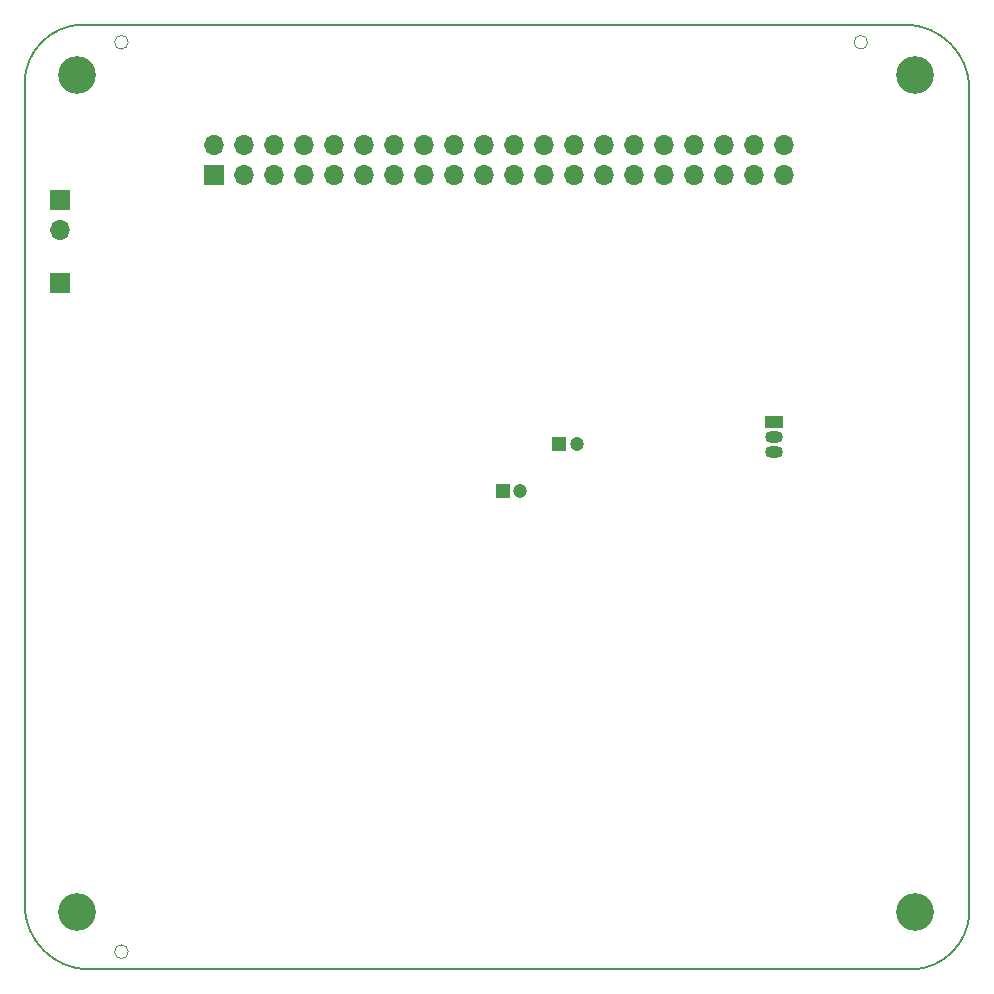
<source format=gbr>
G04 #@! TF.GenerationSoftware,KiCad,Pcbnew,(6.0.7-1)-1*
G04 #@! TF.CreationDate,2023-02-15T22:09:21-08:00*
G04 #@! TF.ProjectId,as3372,61733333-3732-42e6-9b69-6361645f7063,0.1*
G04 #@! TF.SameCoordinates,PX3d83120PY6590fa0*
G04 #@! TF.FileFunction,Soldermask,Bot*
G04 #@! TF.FilePolarity,Negative*
%FSLAX46Y46*%
G04 Gerber Fmt 4.6, Leading zero omitted, Abs format (unit mm)*
G04 Created by KiCad (PCBNEW (6.0.7-1)-1) date 2023-02-15 22:09:21*
%MOMM*%
%LPD*%
G01*
G04 APERTURE LIST*
G04 #@! TA.AperFunction,Profile*
%ADD10C,0.150000*%
G04 #@! TD*
G04 #@! TA.AperFunction,Profile*
%ADD11C,0.050000*%
G04 #@! TD*
%ADD12C,3.200000*%
%ADD13R,1.700000X1.700000*%
%ADD14O,1.700000X1.700000*%
%ADD15R,1.200000X1.200000*%
%ADD16C,1.200000*%
%ADD17R,1.500000X1.050000*%
%ADD18O,1.500000X1.050000*%
G04 APERTURE END LIST*
D10*
X82500000Y75500000D02*
G75*
G03*
X77000000Y81000000I-5500000J0D01*
G01*
X7500000Y81000000D02*
G75*
G03*
X2500000Y76000000I0J-5000000D01*
G01*
X7500000Y81000000D02*
X77000000Y81000000D01*
X77500000Y1000000D02*
G75*
G03*
X82500000Y6000000I0J5000000D01*
G01*
X2500000Y6500000D02*
G75*
G03*
X8000000Y1000000I5500000J0D01*
G01*
X77500000Y1000000D02*
X8000000Y1000000D01*
X2500000Y76000000D02*
X2500000Y6500000D01*
X82500000Y6000000D02*
X82500000Y75500000D01*
D11*
X73876000Y79500000D02*
G75*
G03*
X73876000Y79500000I-576000J0D01*
G01*
X11276000Y2500000D02*
G75*
G03*
X11276000Y2500000I-576000J0D01*
G01*
X11276000Y79500000D02*
G75*
G03*
X11276000Y79500000I-576000J0D01*
G01*
D12*
X6900000Y76700000D03*
X77900000Y76700000D03*
D13*
X18575000Y68250000D03*
D14*
X18575000Y70790000D03*
X21115000Y68250000D03*
X21115000Y70790000D03*
X23655000Y68250000D03*
X23655000Y70790000D03*
X26195000Y68250000D03*
X26195000Y70790000D03*
X28735000Y68250000D03*
X28735000Y70790000D03*
X31275000Y68250000D03*
X31275000Y70790000D03*
X33815000Y68250000D03*
X33815000Y70790000D03*
X36355000Y68250000D03*
X36355000Y70790000D03*
X38895000Y68250000D03*
X38895000Y70790000D03*
X41435000Y68250000D03*
X41435000Y70790000D03*
X43975000Y68250000D03*
X43975000Y70790000D03*
X46515000Y68250000D03*
X46515000Y70790000D03*
X49055000Y68250000D03*
X49055000Y70790000D03*
X51595000Y68250000D03*
X51595000Y70790000D03*
X54135000Y68250000D03*
X54135000Y70790000D03*
X56675000Y68250000D03*
X56675000Y70790000D03*
X59215000Y68250000D03*
X59215000Y70790000D03*
X61755000Y68250000D03*
X61755000Y70790000D03*
X64295000Y68250000D03*
X64295000Y70790000D03*
X66835000Y68250000D03*
X66835000Y70790000D03*
D13*
X5500000Y66175000D03*
D14*
X5500000Y63635000D03*
D15*
X42977400Y41500000D03*
D16*
X44477400Y41500000D03*
D12*
X6900000Y5900000D03*
X77900000Y5900000D03*
D13*
X5500000Y59100000D03*
D16*
X49277400Y45500000D03*
D15*
X47777400Y45500000D03*
D17*
X65940000Y47370000D03*
D18*
X65940000Y46100000D03*
X65940000Y44830000D03*
M02*

</source>
